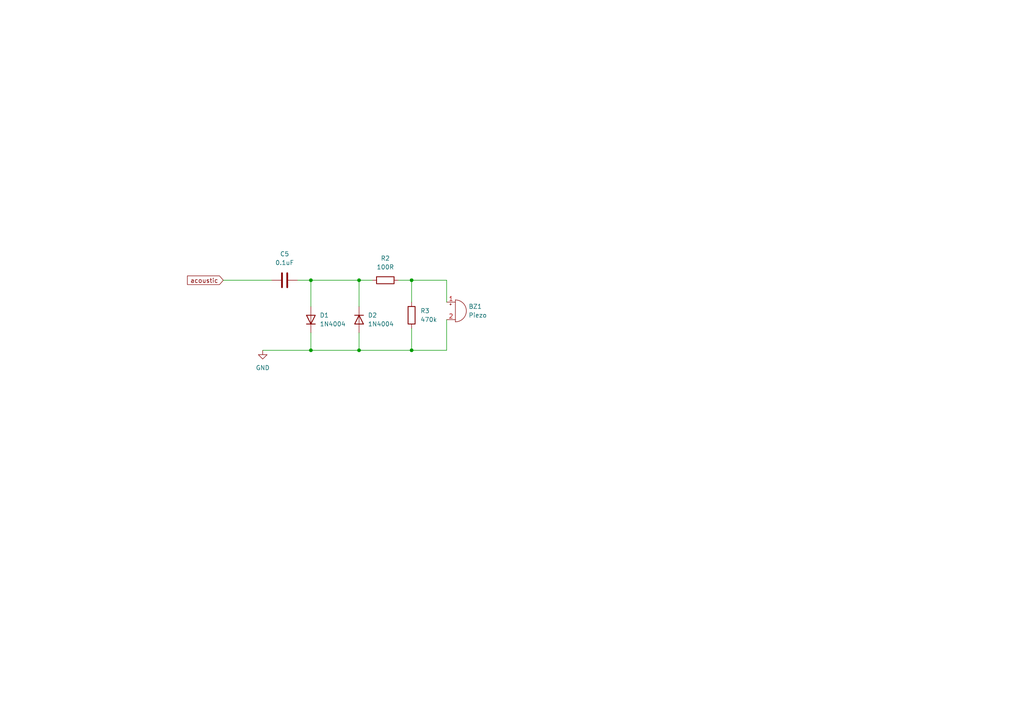
<source format=kicad_sch>
(kicad_sch (version 20211123) (generator eeschema)

  (uuid 9a3279c1-9cf3-4303-9a46-d6205e7e9b76)

  (paper "A4")

  (lib_symbols
    (symbol "Device:Buzzer" (pin_names (offset 0.0254) hide) (in_bom yes) (on_board yes)
      (property "Reference" "BZ" (id 0) (at 3.81 1.27 0)
        (effects (font (size 1.27 1.27)) (justify left))
      )
      (property "Value" "Buzzer" (id 1) (at 3.81 -1.27 0)
        (effects (font (size 1.27 1.27)) (justify left))
      )
      (property "Footprint" "" (id 2) (at -0.635 2.54 90)
        (effects (font (size 1.27 1.27)) hide)
      )
      (property "Datasheet" "~" (id 3) (at -0.635 2.54 90)
        (effects (font (size 1.27 1.27)) hide)
      )
      (property "ki_keywords" "quartz resonator ceramic" (id 4) (at 0 0 0)
        (effects (font (size 1.27 1.27)) hide)
      )
      (property "ki_description" "Buzzer, polarized" (id 5) (at 0 0 0)
        (effects (font (size 1.27 1.27)) hide)
      )
      (property "ki_fp_filters" "*Buzzer*" (id 6) (at 0 0 0)
        (effects (font (size 1.27 1.27)) hide)
      )
      (symbol "Buzzer_0_1"
        (arc (start 0 -3.175) (mid 3.175 0) (end 0 3.175)
          (stroke (width 0) (type default) (color 0 0 0 0))
          (fill (type none))
        )
        (polyline
          (pts
            (xy -1.651 1.905)
            (xy -1.143 1.905)
          )
          (stroke (width 0) (type default) (color 0 0 0 0))
          (fill (type none))
        )
        (polyline
          (pts
            (xy -1.397 2.159)
            (xy -1.397 1.651)
          )
          (stroke (width 0) (type default) (color 0 0 0 0))
          (fill (type none))
        )
        (polyline
          (pts
            (xy 0 3.175)
            (xy 0 -3.175)
          )
          (stroke (width 0) (type default) (color 0 0 0 0))
          (fill (type none))
        )
      )
      (symbol "Buzzer_1_1"
        (pin passive line (at -2.54 2.54 0) (length 2.54)
          (name "-" (effects (font (size 1.27 1.27))))
          (number "1" (effects (font (size 1.27 1.27))))
        )
        (pin passive line (at -2.54 -2.54 0) (length 2.54)
          (name "+" (effects (font (size 1.27 1.27))))
          (number "2" (effects (font (size 1.27 1.27))))
        )
      )
    )
    (symbol "Device:C" (pin_numbers hide) (pin_names (offset 0.254)) (in_bom yes) (on_board yes)
      (property "Reference" "C" (id 0) (at 0.635 2.54 0)
        (effects (font (size 1.27 1.27)) (justify left))
      )
      (property "Value" "C" (id 1) (at 0.635 -2.54 0)
        (effects (font (size 1.27 1.27)) (justify left))
      )
      (property "Footprint" "" (id 2) (at 0.9652 -3.81 0)
        (effects (font (size 1.27 1.27)) hide)
      )
      (property "Datasheet" "~" (id 3) (at 0 0 0)
        (effects (font (size 1.27 1.27)) hide)
      )
      (property "ki_keywords" "cap capacitor" (id 4) (at 0 0 0)
        (effects (font (size 1.27 1.27)) hide)
      )
      (property "ki_description" "Unpolarized capacitor" (id 5) (at 0 0 0)
        (effects (font (size 1.27 1.27)) hide)
      )
      (property "ki_fp_filters" "C_*" (id 6) (at 0 0 0)
        (effects (font (size 1.27 1.27)) hide)
      )
      (symbol "C_0_1"
        (polyline
          (pts
            (xy -2.032 -0.762)
            (xy 2.032 -0.762)
          )
          (stroke (width 0.508) (type default) (color 0 0 0 0))
          (fill (type none))
        )
        (polyline
          (pts
            (xy -2.032 0.762)
            (xy 2.032 0.762)
          )
          (stroke (width 0.508) (type default) (color 0 0 0 0))
          (fill (type none))
        )
      )
      (symbol "C_1_1"
        (pin passive line (at 0 3.81 270) (length 2.794)
          (name "~" (effects (font (size 1.27 1.27))))
          (number "1" (effects (font (size 1.27 1.27))))
        )
        (pin passive line (at 0 -3.81 90) (length 2.794)
          (name "~" (effects (font (size 1.27 1.27))))
          (number "2" (effects (font (size 1.27 1.27))))
        )
      )
    )
    (symbol "Device:R" (pin_numbers hide) (pin_names (offset 0)) (in_bom yes) (on_board yes)
      (property "Reference" "R" (id 0) (at 2.032 0 90)
        (effects (font (size 1.27 1.27)))
      )
      (property "Value" "R" (id 1) (at 0 0 90)
        (effects (font (size 1.27 1.27)))
      )
      (property "Footprint" "" (id 2) (at -1.778 0 90)
        (effects (font (size 1.27 1.27)) hide)
      )
      (property "Datasheet" "~" (id 3) (at 0 0 0)
        (effects (font (size 1.27 1.27)) hide)
      )
      (property "ki_keywords" "R res resistor" (id 4) (at 0 0 0)
        (effects (font (size 1.27 1.27)) hide)
      )
      (property "ki_description" "Resistor" (id 5) (at 0 0 0)
        (effects (font (size 1.27 1.27)) hide)
      )
      (property "ki_fp_filters" "R_*" (id 6) (at 0 0 0)
        (effects (font (size 1.27 1.27)) hide)
      )
      (symbol "R_0_1"
        (rectangle (start -1.016 -2.54) (end 1.016 2.54)
          (stroke (width 0.254) (type default) (color 0 0 0 0))
          (fill (type none))
        )
      )
      (symbol "R_1_1"
        (pin passive line (at 0 3.81 270) (length 1.27)
          (name "~" (effects (font (size 1.27 1.27))))
          (number "1" (effects (font (size 1.27 1.27))))
        )
        (pin passive line (at 0 -3.81 90) (length 1.27)
          (name "~" (effects (font (size 1.27 1.27))))
          (number "2" (effects (font (size 1.27 1.27))))
        )
      )
    )
    (symbol "Diode:1N4004" (pin_numbers hide) (pin_names hide) (in_bom yes) (on_board yes)
      (property "Reference" "D" (id 0) (at 0 2.54 0)
        (effects (font (size 1.27 1.27)))
      )
      (property "Value" "1N4004" (id 1) (at 0 -2.54 0)
        (effects (font (size 1.27 1.27)))
      )
      (property "Footprint" "Diode_THT:D_DO-41_SOD81_P10.16mm_Horizontal" (id 2) (at 0 -4.445 0)
        (effects (font (size 1.27 1.27)) hide)
      )
      (property "Datasheet" "http://www.vishay.com/docs/88503/1n4001.pdf" (id 3) (at 0 0 0)
        (effects (font (size 1.27 1.27)) hide)
      )
      (property "ki_keywords" "diode" (id 4) (at 0 0 0)
        (effects (font (size 1.27 1.27)) hide)
      )
      (property "ki_description" "400V 1A General Purpose Rectifier Diode, DO-41" (id 5) (at 0 0 0)
        (effects (font (size 1.27 1.27)) hide)
      )
      (property "ki_fp_filters" "D*DO?41*" (id 6) (at 0 0 0)
        (effects (font (size 1.27 1.27)) hide)
      )
      (symbol "1N4004_0_1"
        (polyline
          (pts
            (xy -1.27 1.27)
            (xy -1.27 -1.27)
          )
          (stroke (width 0.254) (type default) (color 0 0 0 0))
          (fill (type none))
        )
        (polyline
          (pts
            (xy 1.27 0)
            (xy -1.27 0)
          )
          (stroke (width 0) (type default) (color 0 0 0 0))
          (fill (type none))
        )
        (polyline
          (pts
            (xy 1.27 1.27)
            (xy 1.27 -1.27)
            (xy -1.27 0)
            (xy 1.27 1.27)
          )
          (stroke (width 0.254) (type default) (color 0 0 0 0))
          (fill (type none))
        )
      )
      (symbol "1N4004_1_1"
        (pin passive line (at -3.81 0 0) (length 2.54)
          (name "K" (effects (font (size 1.27 1.27))))
          (number "1" (effects (font (size 1.27 1.27))))
        )
        (pin passive line (at 3.81 0 180) (length 2.54)
          (name "A" (effects (font (size 1.27 1.27))))
          (number "2" (effects (font (size 1.27 1.27))))
        )
      )
    )
    (symbol "power:GND" (power) (pin_names (offset 0)) (in_bom yes) (on_board yes)
      (property "Reference" "#PWR" (id 0) (at 0 -6.35 0)
        (effects (font (size 1.27 1.27)) hide)
      )
      (property "Value" "GND" (id 1) (at 0 -3.81 0)
        (effects (font (size 1.27 1.27)))
      )
      (property "Footprint" "" (id 2) (at 0 0 0)
        (effects (font (size 1.27 1.27)) hide)
      )
      (property "Datasheet" "" (id 3) (at 0 0 0)
        (effects (font (size 1.27 1.27)) hide)
      )
      (property "ki_keywords" "power-flag" (id 4) (at 0 0 0)
        (effects (font (size 1.27 1.27)) hide)
      )
      (property "ki_description" "Power symbol creates a global label with name \"GND\" , ground" (id 5) (at 0 0 0)
        (effects (font (size 1.27 1.27)) hide)
      )
      (symbol "GND_0_1"
        (polyline
          (pts
            (xy 0 0)
            (xy 0 -1.27)
            (xy 1.27 -1.27)
            (xy 0 -2.54)
            (xy -1.27 -1.27)
            (xy 0 -1.27)
          )
          (stroke (width 0) (type default) (color 0 0 0 0))
          (fill (type none))
        )
      )
      (symbol "GND_1_1"
        (pin power_in line (at 0 0 270) (length 0) hide
          (name "GND" (effects (font (size 1.27 1.27))))
          (number "1" (effects (font (size 1.27 1.27))))
        )
      )
    )
  )

  (junction (at 90.17 81.28) (diameter 0) (color 0 0 0 0)
    (uuid 29be2851-c014-4de1-8ba4-cb4df6086af4)
  )
  (junction (at 90.17 101.6) (diameter 0) (color 0 0 0 0)
    (uuid 5482b9c3-048a-4025-ab46-e3e84ef7016d)
  )
  (junction (at 104.14 81.28) (diameter 0) (color 0 0 0 0)
    (uuid 96231920-62af-4a79-b7a4-e2a4653141df)
  )
  (junction (at 104.14 101.6) (diameter 0) (color 0 0 0 0)
    (uuid c87c6b2b-e070-495a-9d0a-1d43ea8b6e95)
  )
  (junction (at 119.38 81.28) (diameter 0) (color 0 0 0 0)
    (uuid d1aa55e0-dce4-4fcd-b61b-096e34ed2d59)
  )
  (junction (at 119.38 101.6) (diameter 0) (color 0 0 0 0)
    (uuid d6a69ad2-0747-4d71-a985-3fc9fcf90472)
  )

  (wire (pts (xy 104.14 96.52) (xy 104.14 101.6))
    (stroke (width 0) (type default) (color 0 0 0 0))
    (uuid 00760437-5bc9-4501-9416-05b97e75842e)
  )
  (wire (pts (xy 119.38 101.6) (xy 104.14 101.6))
    (stroke (width 0) (type default) (color 0 0 0 0))
    (uuid 0d10ad06-1cbf-4c53-97e4-20b581676cff)
  )
  (wire (pts (xy 129.54 81.28) (xy 119.38 81.28))
    (stroke (width 0) (type default) (color 0 0 0 0))
    (uuid 2519696a-b5ad-4fd9-8237-e25d3f23a19c)
  )
  (wire (pts (xy 129.54 101.6) (xy 119.38 101.6))
    (stroke (width 0) (type default) (color 0 0 0 0))
    (uuid 3c3399ed-c53c-4569-b13a-3eb80d676ba6)
  )
  (wire (pts (xy 90.17 101.6) (xy 76.2 101.6))
    (stroke (width 0) (type default) (color 0 0 0 0))
    (uuid 5f281042-ef5a-40e5-bc3f-9a4ef300d960)
  )
  (wire (pts (xy 104.14 81.28) (xy 107.95 81.28))
    (stroke (width 0) (type default) (color 0 0 0 0))
    (uuid 645be8d5-9d46-4b33-a658-5d246cee47e0)
  )
  (wire (pts (xy 104.14 81.28) (xy 90.17 81.28))
    (stroke (width 0) (type default) (color 0 0 0 0))
    (uuid 71cc7f79-5dc5-473e-ba36-5ad02b3ca8f3)
  )
  (wire (pts (xy 119.38 81.28) (xy 115.57 81.28))
    (stroke (width 0) (type default) (color 0 0 0 0))
    (uuid 72e15897-1f68-482a-9cb1-86148570ef1b)
  )
  (wire (pts (xy 90.17 96.52) (xy 90.17 101.6))
    (stroke (width 0) (type default) (color 0 0 0 0))
    (uuid 7741a84a-f6fc-4bd6-92e3-4c646daf2b81)
  )
  (wire (pts (xy 86.36 81.28) (xy 90.17 81.28))
    (stroke (width 0) (type default) (color 0 0 0 0))
    (uuid 8647a063-9a82-43a0-b9fc-406cc16c694a)
  )
  (wire (pts (xy 119.38 95.25) (xy 119.38 101.6))
    (stroke (width 0) (type default) (color 0 0 0 0))
    (uuid 9157b20a-6119-4f75-b602-9960c4612b5d)
  )
  (wire (pts (xy 129.54 92.71) (xy 129.54 101.6))
    (stroke (width 0) (type default) (color 0 0 0 0))
    (uuid 96e51b22-08a6-4b0c-9224-491ab0257bef)
  )
  (wire (pts (xy 90.17 81.28) (xy 90.17 88.9))
    (stroke (width 0) (type default) (color 0 0 0 0))
    (uuid a6bb4d6b-a16b-45e2-baa5-0f82d3f789f2)
  )
  (wire (pts (xy 129.54 87.63) (xy 129.54 81.28))
    (stroke (width 0) (type default) (color 0 0 0 0))
    (uuid b85cb58a-4f50-4f67-a554-43da81e2526e)
  )
  (wire (pts (xy 104.14 101.6) (xy 90.17 101.6))
    (stroke (width 0) (type default) (color 0 0 0 0))
    (uuid ca3cd96b-32e9-4714-b5c9-3fdfdafd621f)
  )
  (wire (pts (xy 119.38 81.28) (xy 119.38 87.63))
    (stroke (width 0) (type default) (color 0 0 0 0))
    (uuid ddfe13f1-0a62-42a9-b967-15671f7b8ae4)
  )
  (wire (pts (xy 104.14 88.9) (xy 104.14 81.28))
    (stroke (width 0) (type default) (color 0 0 0 0))
    (uuid f46aeb29-4853-4857-a423-f022b95695dd)
  )
  (wire (pts (xy 64.77 81.28) (xy 78.74 81.28))
    (stroke (width 0) (type default) (color 0 0 0 0))
    (uuid f6bd5bcb-9f3d-4ead-a860-23fdeeaf7193)
  )

  (global_label "acoustic" (shape input) (at 64.77 81.28 180) (fields_autoplaced)
    (effects (font (size 1.27 1.27)) (justify right))
    (uuid f3d456db-87ff-4637-a2d2-d7ccc982b2c3)
    (property "Intersheet References" "${INTERSHEET_REFS}" (id 0) (at 54.374 81.2006 0)
      (effects (font (size 1.27 1.27)) (justify right) hide)
    )
  )

  (symbol (lib_id "Device:R") (at 111.76 81.28 90) (unit 1)
    (in_bom yes) (on_board yes) (fields_autoplaced)
    (uuid 082c7dd8-d570-485a-8a8c-7516fa7ad208)
    (property "Reference" "R2" (id 0) (at 111.76 74.93 90))
    (property "Value" "100R" (id 1) (at 111.76 77.47 90))
    (property "Footprint" "" (id 2) (at 111.76 83.058 90)
      (effects (font (size 1.27 1.27)) hide)
    )
    (property "Datasheet" "~" (id 3) (at 111.76 81.28 0)
      (effects (font (size 1.27 1.27)) hide)
    )
    (pin "1" (uuid 37992a5f-e3e3-40d4-aa1f-6c737fbc2b9d))
    (pin "2" (uuid 2b1303a8-0910-4bb2-b326-85c7ec64fc91))
  )

  (symbol (lib_id "Diode:1N4004") (at 104.14 92.71 270) (unit 1)
    (in_bom yes) (on_board yes) (fields_autoplaced)
    (uuid 29e69c9a-c4b2-49e9-92ce-3b7aff26f405)
    (property "Reference" "D2" (id 0) (at 106.68 91.4399 90)
      (effects (font (size 1.27 1.27)) (justify left))
    )
    (property "Value" "1N4004" (id 1) (at 106.68 93.9799 90)
      (effects (font (size 1.27 1.27)) (justify left))
    )
    (property "Footprint" "Diode_THT:D_DO-41_SOD81_P10.16mm_Horizontal" (id 2) (at 99.695 92.71 0)
      (effects (font (size 1.27 1.27)) hide)
    )
    (property "Datasheet" "http://www.vishay.com/docs/88503/1n4001.pdf" (id 3) (at 104.14 92.71 0)
      (effects (font (size 1.27 1.27)) hide)
    )
    (pin "1" (uuid d047a584-e586-4d85-b2e3-ec5ac33d2fb4))
    (pin "2" (uuid 18e8359a-20e2-4d63-b13a-b7a0b11fc06a))
  )

  (symbol (lib_id "Device:C") (at 82.55 81.28 90) (unit 1)
    (in_bom yes) (on_board yes) (fields_autoplaced)
    (uuid 6f354bec-17a3-4ebf-9b29-8e9e2afe0ee7)
    (property "Reference" "C5" (id 0) (at 82.55 73.66 90))
    (property "Value" "0.1uF" (id 1) (at 82.55 76.2 90))
    (property "Footprint" "" (id 2) (at 86.36 80.3148 0)
      (effects (font (size 1.27 1.27)) hide)
    )
    (property "Datasheet" "~" (id 3) (at 82.55 81.28 0)
      (effects (font (size 1.27 1.27)) hide)
    )
    (pin "1" (uuid c556cb03-363a-4ace-b8b2-c3915aed12e9))
    (pin "2" (uuid f04e28e2-cd83-4c62-8a8a-aa05d2fa6f99))
  )

  (symbol (lib_id "Diode:1N4004") (at 90.17 92.71 90) (unit 1)
    (in_bom yes) (on_board yes) (fields_autoplaced)
    (uuid 76127282-4a58-4150-afae-0beec97e3c40)
    (property "Reference" "D1" (id 0) (at 92.71 91.4399 90)
      (effects (font (size 1.27 1.27)) (justify right))
    )
    (property "Value" "1N4004" (id 1) (at 92.71 93.9799 90)
      (effects (font (size 1.27 1.27)) (justify right))
    )
    (property "Footprint" "Diode_THT:D_DO-41_SOD81_P10.16mm_Horizontal" (id 2) (at 94.615 92.71 0)
      (effects (font (size 1.27 1.27)) hide)
    )
    (property "Datasheet" "http://www.vishay.com/docs/88503/1n4001.pdf" (id 3) (at 90.17 92.71 0)
      (effects (font (size 1.27 1.27)) hide)
    )
    (pin "1" (uuid b9c04aca-9e0f-4cf3-aa3f-8f5f80a95c3b))
    (pin "2" (uuid 6f15c187-aec4-447d-bcaf-da4a44371d84))
  )

  (symbol (lib_id "Device:Buzzer") (at 132.08 90.17 0) (unit 1)
    (in_bom yes) (on_board yes) (fields_autoplaced)
    (uuid be22a395-60aa-4885-bf5e-173116540bc5)
    (property "Reference" "BZ1" (id 0) (at 135.89 88.8999 0)
      (effects (font (size 1.27 1.27)) (justify left))
    )
    (property "Value" "Piezo" (id 1) (at 135.89 91.4399 0)
      (effects (font (size 1.27 1.27)) (justify left))
    )
    (property "Footprint" "" (id 2) (at 131.445 87.63 90)
      (effects (font (size 1.27 1.27)) hide)
    )
    (property "Datasheet" "~" (id 3) (at 131.445 87.63 90)
      (effects (font (size 1.27 1.27)) hide)
    )
    (pin "1" (uuid 1d8516e5-6e08-4273-90a1-401533eb104e))
    (pin "2" (uuid 23aa5040-50e0-4da0-aaa6-1bfe50d54828))
  )

  (symbol (lib_id "Device:R") (at 119.38 91.44 0) (unit 1)
    (in_bom yes) (on_board yes) (fields_autoplaced)
    (uuid e310a78b-1c0b-4b8a-9cad-4befb515f038)
    (property "Reference" "R3" (id 0) (at 121.92 90.1699 0)
      (effects (font (size 1.27 1.27)) (justify left))
    )
    (property "Value" "470k" (id 1) (at 121.92 92.7099 0)
      (effects (font (size 1.27 1.27)) (justify left))
    )
    (property "Footprint" "" (id 2) (at 117.602 91.44 90)
      (effects (font (size 1.27 1.27)) hide)
    )
    (property "Datasheet" "~" (id 3) (at 119.38 91.44 0)
      (effects (font (size 1.27 1.27)) hide)
    )
    (pin "1" (uuid 80fa2d17-3c5f-4862-bba3-98600917cf1f))
    (pin "2" (uuid d88be296-4e09-4ec2-b7f0-52a366645e8c))
  )

  (symbol (lib_id "power:GND") (at 76.2 101.6 0) (unit 1)
    (in_bom yes) (on_board yes) (fields_autoplaced)
    (uuid f0e9981e-f1ec-415d-b90b-438ddaa7c882)
    (property "Reference" "#PWR03" (id 0) (at 76.2 107.95 0)
      (effects (font (size 1.27 1.27)) hide)
    )
    (property "Value" "GND" (id 1) (at 76.2 106.68 0))
    (property "Footprint" "" (id 2) (at 76.2 101.6 0)
      (effects (font (size 1.27 1.27)) hide)
    )
    (property "Datasheet" "" (id 3) (at 76.2 101.6 0)
      (effects (font (size 1.27 1.27)) hide)
    )
    (pin "1" (uuid 5b864bfe-b2f2-44d1-8e02-e51221eb8335))
  )
)

</source>
